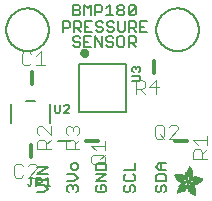
<source format=gbr>
G04 EAGLE Gerber RS-274X export*
G75*
%MOMM*%
%FSLAX34Y34*%
%LPD*%
%INSilkscreen Top*%
%IPPOS*%
%AMOC8*
5,1,8,0,0,1.08239X$1,22.5*%
G01*
%ADD10C,0.127000*%
%ADD11C,0.152400*%
%ADD12C,0.304800*%
%ADD13C,0.101600*%
%ADD14C,0.203200*%
%ADD15R,0.034300X0.003800*%
%ADD16R,0.057200X0.003800*%
%ADD17R,0.076200X0.003800*%
%ADD18R,0.091400X0.003800*%
%ADD19R,0.102900X0.003800*%
%ADD20R,0.114300X0.003900*%
%ADD21R,0.129500X0.003800*%
%ADD22R,0.137200X0.003800*%
%ADD23R,0.144800X0.003800*%
%ADD24R,0.152400X0.003800*%
%ADD25R,0.160000X0.003800*%
%ADD26R,0.171500X0.003800*%
%ADD27R,0.175300X0.003800*%
%ADD28R,0.182900X0.003800*%
%ADD29R,0.190500X0.003800*%
%ADD30R,0.194300X0.003900*%
%ADD31R,0.201900X0.003800*%
%ADD32R,0.209500X0.003800*%
%ADD33R,0.213400X0.003800*%
%ADD34R,0.221000X0.003800*%
%ADD35R,0.224800X0.003800*%
%ADD36R,0.232400X0.003800*%
%ADD37R,0.240000X0.003800*%
%ADD38R,0.243800X0.003800*%
%ADD39R,0.247600X0.003800*%
%ADD40R,0.255300X0.003900*%
%ADD41R,0.259100X0.003800*%
%ADD42R,0.262900X0.003800*%
%ADD43R,0.270500X0.003800*%
%ADD44R,0.274300X0.003800*%
%ADD45R,0.281900X0.003800*%
%ADD46R,0.285700X0.003800*%
%ADD47R,0.289500X0.003800*%
%ADD48R,0.297200X0.003800*%
%ADD49R,0.301000X0.003800*%
%ADD50R,0.304800X0.003900*%
%ADD51R,0.312400X0.003800*%
%ADD52R,0.316200X0.003800*%
%ADD53R,0.320000X0.003800*%
%ADD54R,0.327600X0.003800*%
%ADD55R,0.331500X0.003800*%
%ADD56R,0.339100X0.003800*%
%ADD57R,0.342900X0.003800*%
%ADD58R,0.346700X0.003800*%
%ADD59R,0.354300X0.003800*%
%ADD60R,0.358100X0.003900*%
%ADD61R,0.361900X0.003800*%
%ADD62R,0.369600X0.003800*%
%ADD63R,0.373400X0.003800*%
%ADD64R,0.377200X0.003800*%
%ADD65R,0.384800X0.003800*%
%ADD66R,0.388600X0.003800*%
%ADD67R,0.396200X0.003800*%
%ADD68R,0.400000X0.003800*%
%ADD69R,0.403800X0.003800*%
%ADD70R,0.411500X0.003900*%
%ADD71R,0.415300X0.003800*%
%ADD72R,0.419100X0.003800*%
%ADD73R,0.045700X0.003800*%
%ADD74R,0.426700X0.003800*%
%ADD75R,0.072400X0.003800*%
%ADD76R,0.430500X0.003800*%
%ADD77R,0.095300X0.003800*%
%ADD78R,0.438100X0.003800*%
%ADD79R,0.110500X0.003800*%
%ADD80R,0.441900X0.003800*%
%ADD81R,0.445800X0.003800*%
%ADD82R,0.144700X0.003800*%
%ADD83R,0.453400X0.003800*%
%ADD84R,0.457200X0.003800*%
%ADD85R,0.175300X0.003900*%
%ADD86R,0.461000X0.003900*%
%ADD87R,0.468600X0.003800*%
%ADD88R,0.205800X0.003800*%
%ADD89R,0.472400X0.003800*%
%ADD90R,0.217200X0.003800*%
%ADD91R,0.476200X0.003800*%
%ADD92R,0.483900X0.003800*%
%ADD93R,0.247700X0.003800*%
%ADD94R,0.487700X0.003800*%
%ADD95R,0.495300X0.003800*%
%ADD96R,0.499100X0.003800*%
%ADD97R,0.502900X0.003800*%
%ADD98R,0.510500X0.003800*%
%ADD99R,0.308600X0.003900*%
%ADD100R,0.514300X0.003900*%
%ADD101R,0.323800X0.003800*%
%ADD102R,0.518100X0.003800*%
%ADD103R,0.335300X0.003800*%
%ADD104R,0.525800X0.003800*%
%ADD105R,0.529600X0.003800*%
%ADD106R,0.358100X0.003800*%
%ADD107R,0.533400X0.003800*%
%ADD108R,0.537200X0.003800*%
%ADD109R,0.381000X0.003800*%
%ADD110R,0.544800X0.003800*%
%ADD111R,0.392400X0.003800*%
%ADD112R,0.548600X0.003800*%
%ADD113R,0.552400X0.003800*%
%ADD114R,0.556200X0.003800*%
%ADD115R,0.422900X0.003900*%
%ADD116R,0.560100X0.003900*%
%ADD117R,0.434300X0.003800*%
%ADD118R,0.563900X0.003800*%
%ADD119R,0.567700X0.003800*%
%ADD120R,0.461000X0.003800*%
%ADD121R,0.571500X0.003800*%
%ADD122R,0.575300X0.003800*%
%ADD123R,0.480100X0.003800*%
%ADD124R,0.579100X0.003800*%
%ADD125R,0.491500X0.003800*%
%ADD126R,0.582900X0.003800*%
%ADD127R,0.586700X0.003800*%
%ADD128R,0.510600X0.003800*%
%ADD129R,0.590500X0.003800*%
%ADD130R,0.522000X0.003800*%
%ADD131R,0.594300X0.003800*%
%ADD132R,0.533400X0.003900*%
%ADD133R,0.598200X0.003900*%
%ADD134R,0.541000X0.003800*%
%ADD135R,0.602000X0.003800*%
%ADD136R,0.552500X0.003800*%
%ADD137R,0.605800X0.003800*%
%ADD138R,0.560100X0.003800*%
%ADD139R,0.609600X0.003800*%
%ADD140R,0.613400X0.003800*%
%ADD141R,0.583000X0.003800*%
%ADD142R,0.617200X0.003800*%
%ADD143R,0.594400X0.003800*%
%ADD144R,0.621000X0.003800*%
%ADD145R,0.598200X0.003800*%
%ADD146R,0.624800X0.003800*%
%ADD147R,0.613500X0.003900*%
%ADD148R,0.628600X0.003900*%
%ADD149R,0.632400X0.003800*%
%ADD150R,0.628600X0.003800*%
%ADD151R,0.636300X0.003800*%
%ADD152R,0.640100X0.003800*%
%ADD153R,0.636200X0.003800*%
%ADD154R,0.643900X0.003800*%
%ADD155R,0.647700X0.003800*%
%ADD156R,0.651500X0.003800*%
%ADD157R,0.659100X0.003800*%
%ADD158R,0.659100X0.003900*%
%ADD159R,0.655300X0.003900*%
%ADD160R,0.662900X0.003800*%
%ADD161R,0.655300X0.003800*%
%ADD162R,0.670500X0.003800*%
%ADD163R,0.670600X0.003800*%
%ADD164R,0.674400X0.003800*%
%ADD165R,0.682000X0.003800*%
%ADD166R,0.666700X0.003800*%
%ADD167R,0.685800X0.003800*%
%ADD168R,0.689600X0.003800*%
%ADD169R,0.693400X0.003900*%
%ADD170R,0.674400X0.003900*%
%ADD171R,0.697200X0.003800*%
%ADD172R,0.678200X0.003800*%
%ADD173R,0.697300X0.003800*%
%ADD174R,0.701100X0.003800*%
%ADD175R,0.704900X0.003800*%
%ADD176R,0.708700X0.003800*%
%ADD177R,0.712500X0.003800*%
%ADD178R,0.716300X0.003800*%
%ADD179R,0.720100X0.003900*%
%ADD180R,0.689600X0.003900*%
%ADD181R,0.720000X0.003800*%
%ADD182R,0.693400X0.003800*%
%ADD183R,0.723900X0.003800*%
%ADD184R,0.727700X0.003800*%
%ADD185R,0.731500X0.003800*%
%ADD186R,0.701000X0.003800*%
%ADD187R,0.735300X0.003800*%
%ADD188R,0.731500X0.003900*%
%ADD189R,0.701000X0.003900*%
%ADD190R,0.704800X0.003800*%
%ADD191R,0.739100X0.003800*%
%ADD192R,0.743000X0.003800*%
%ADD193R,0.739200X0.003800*%
%ADD194R,0.743000X0.003900*%
%ADD195R,0.704800X0.003900*%
%ADD196R,0.746800X0.003800*%
%ADD197R,0.746800X0.003900*%
%ADD198R,0.742900X0.003800*%
%ADD199R,0.746700X0.003800*%
%ADD200R,0.746700X0.003900*%
%ADD201R,1.428800X0.003800*%
%ADD202R,1.424900X0.003800*%
%ADD203R,1.421100X0.003900*%
%ADD204R,1.421100X0.003800*%
%ADD205R,1.417300X0.003800*%
%ADD206R,1.413500X0.003800*%
%ADD207R,1.409700X0.003800*%
%ADD208R,1.405900X0.003800*%
%ADD209R,1.402100X0.003800*%
%ADD210R,1.398300X0.003800*%
%ADD211R,0.983000X0.003900*%
%ADD212R,0.384800X0.003900*%
%ADD213R,0.971600X0.003800*%
%ADD214R,0.963900X0.003800*%
%ADD215R,0.956300X0.003800*%
%ADD216R,0.365800X0.003800*%
%ADD217R,0.952500X0.003800*%
%ADD218R,0.941000X0.003800*%
%ADD219R,0.358200X0.003800*%
%ADD220R,0.937200X0.003800*%
%ADD221R,0.933400X0.003800*%
%ADD222R,0.354400X0.003800*%
%ADD223R,0.925800X0.003800*%
%ADD224R,0.350500X0.003800*%
%ADD225R,0.922000X0.003800*%
%ADD226R,0.918200X0.003900*%
%ADD227R,0.346700X0.003900*%
%ADD228R,0.910600X0.003800*%
%ADD229R,0.906800X0.003800*%
%ADD230R,0.903000X0.003800*%
%ADD231R,0.339000X0.003800*%
%ADD232R,0.895300X0.003800*%
%ADD233R,0.335200X0.003800*%
%ADD234R,0.887700X0.003800*%
%ADD235R,0.883900X0.003800*%
%ADD236R,0.331400X0.003800*%
%ADD237R,0.880100X0.003800*%
%ADD238R,0.876300X0.003800*%
%ADD239R,0.468600X0.003900*%
%ADD240R,0.396200X0.003900*%
%ADD241R,0.323800X0.003900*%
%ADD242R,0.449600X0.003800*%
%ADD243R,0.323900X0.003800*%
%ADD244R,0.442000X0.003800*%
%ADD245R,0.434400X0.003800*%
%ADD246R,0.320100X0.003800*%
%ADD247R,0.316300X0.003800*%
%ADD248R,0.426800X0.003800*%
%ADD249R,0.327700X0.003800*%
%ADD250R,0.312500X0.003800*%
%ADD251R,0.422900X0.003800*%
%ADD252R,0.308600X0.003800*%
%ADD253R,0.293400X0.003800*%
%ADD254R,0.304800X0.003800*%
%ADD255R,0.419100X0.003900*%
%ADD256R,0.285700X0.003900*%
%ADD257R,0.301000X0.003900*%
%ADD258R,0.411500X0.003800*%
%ADD259R,0.407700X0.003800*%
%ADD260R,0.289600X0.003800*%
%ADD261R,0.285800X0.003800*%
%ADD262R,0.403900X0.003800*%
%ADD263R,0.228600X0.003800*%
%ADD264R,0.403900X0.003900*%
%ADD265R,0.221000X0.003900*%
%ADD266R,0.278100X0.003900*%
%ADD267R,0.400100X0.003800*%
%ADD268R,0.209600X0.003800*%
%ADD269R,0.266700X0.003800*%
%ADD270R,0.038100X0.003800*%
%ADD271R,0.194300X0.003800*%
%ADD272R,0.148600X0.003800*%
%ADD273R,0.259000X0.003800*%
%ADD274R,0.182800X0.003800*%
%ADD275R,0.186700X0.003800*%
%ADD276R,0.251400X0.003800*%
%ADD277R,0.179100X0.003800*%
%ADD278R,0.236200X0.003800*%
%ADD279R,0.243900X0.003900*%
%ADD280R,0.282000X0.003900*%
%ADD281R,0.167700X0.003800*%
%ADD282R,0.236300X0.003800*%
%ADD283R,0.396300X0.003800*%
%ADD284R,0.163900X0.003800*%
%ADD285R,0.392500X0.003800*%
%ADD286R,0.160100X0.003800*%
%ADD287R,0.586800X0.003800*%
%ADD288R,0.148500X0.003800*%
%ADD289R,0.140900X0.003800*%
%ADD290R,0.392400X0.003900*%
%ADD291R,0.140900X0.003900*%
%ADD292R,0.647700X0.003900*%
%ADD293R,0.133300X0.003800*%
%ADD294R,0.674300X0.003800*%
%ADD295R,0.388700X0.003800*%
%ADD296R,0.125700X0.003800*%
%ADD297R,0.121900X0.003800*%
%ADD298R,0.720100X0.003800*%
%ADD299R,0.118100X0.003800*%
%ADD300R,0.118100X0.003900*%
%ADD301R,0.739100X0.003900*%
%ADD302R,0.114300X0.003800*%
%ADD303R,0.754400X0.003800*%
%ADD304R,0.765800X0.003800*%
%ADD305R,0.773400X0.003800*%
%ADD306R,0.784800X0.003800*%
%ADD307R,0.118200X0.003800*%
%ADD308R,0.792500X0.003800*%
%ADD309R,0.803900X0.003800*%
%ADD310R,0.122000X0.003800*%
%ADD311R,0.815400X0.003800*%
%ADD312R,0.125800X0.003800*%
%ADD313R,0.826800X0.003800*%
%ADD314R,0.369500X0.003900*%
%ADD315R,0.133400X0.003900*%
%ADD316R,0.842000X0.003900*%
%ADD317R,0.365700X0.003800*%
%ADD318R,1.009700X0.003800*%
%ADD319R,1.013500X0.003800*%
%ADD320R,0.362000X0.003800*%
%ADD321R,1.024900X0.003800*%
%ADD322R,1.028700X0.003800*%
%ADD323R,1.036300X0.003800*%
%ADD324R,1.047800X0.003800*%
%ADD325R,1.055400X0.003800*%
%ADD326R,1.070600X0.003800*%
%ADD327R,0.030500X0.003800*%
%ADD328R,1.436400X0.003800*%
%ADD329R,1.562100X0.003900*%
%ADD330R,1.588700X0.003800*%
%ADD331R,1.607800X0.003800*%
%ADD332R,1.626900X0.003800*%
%ADD333R,1.642100X0.003800*%
%ADD334R,1.657400X0.003800*%
%ADD335R,1.676400X0.003800*%
%ADD336R,1.687800X0.003800*%
%ADD337R,1.703000X0.003800*%
%ADD338R,1.714500X0.003800*%
%ADD339R,1.726000X0.003900*%
%ADD340R,1.741200X0.003800*%
%ADD341R,0.914400X0.003800*%
%ADD342R,0.769600X0.003800*%
%ADD343R,0.884000X0.003800*%
%ADD344R,0.712400X0.003800*%
%ADD345R,0.880100X0.003900*%
%ADD346R,0.887800X0.003800*%
%ADD347R,0.891600X0.003800*%
%ADD348R,0.895400X0.003800*%
%ADD349R,0.251500X0.003800*%
%ADD350R,0.579200X0.003900*%
%ADD351R,0.243900X0.003800*%
%ADD352R,0.556300X0.003800*%
%ADD353R,0.255200X0.003800*%
%ADD354R,0.529500X0.003800*%
%ADD355R,0.731600X0.003800*%
%ADD356R,0.525800X0.003900*%
%ADD357R,0.281900X0.003900*%
%ADD358R,0.735400X0.003900*%
%ADD359R,0.300900X0.003800*%
%ADD360R,0.762000X0.003800*%
%ADD361R,0.518200X0.003800*%
%ADD362R,0.350600X0.003800*%
%ADD363R,0.796300X0.003800*%
%ADD364R,0.807800X0.003800*%
%ADD365R,0.506700X0.003800*%
%ADD366R,0.849600X0.003800*%
%ADD367R,0.506700X0.003900*%
%ADD368R,1.371600X0.003900*%
%ADD369R,1.207800X0.003800*%
%ADD370R,0.503000X0.003800*%
%ADD371R,0.141000X0.003800*%
%ADD372R,1.203900X0.003800*%
%ADD373R,1.204000X0.003800*%
%ADD374R,1.200200X0.003800*%
%ADD375R,0.499100X0.003900*%
%ADD376R,0.156200X0.003900*%
%ADD377R,1.196400X0.003900*%
%ADD378R,1.196400X0.003800*%
%ADD379R,0.163800X0.003800*%
%ADD380R,0.167600X0.003800*%
%ADD381R,1.192500X0.003800*%
%ADD382R,0.499200X0.003800*%
%ADD383R,1.188700X0.003800*%
%ADD384R,0.506800X0.003800*%
%ADD385R,1.184900X0.003800*%
%ADD386R,0.510600X0.003900*%
%ADD387R,0.209600X0.003900*%
%ADD388R,1.181100X0.003900*%
%ADD389R,0.514400X0.003800*%
%ADD390R,1.181100X0.003800*%
%ADD391R,1.177300X0.003800*%
%ADD392R,0.240100X0.003800*%
%ADD393R,1.173500X0.003800*%
%ADD394R,1.169700X0.003800*%
%ADD395R,1.165900X0.003800*%
%ADD396R,1.162100X0.003800*%
%ADD397R,0.929700X0.003900*%
%ADD398R,1.162100X0.003900*%
%ADD399R,0.929700X0.003800*%
%ADD400R,1.154500X0.003800*%
%ADD401R,0.933500X0.003800*%
%ADD402R,1.150600X0.003800*%
%ADD403R,0.937300X0.003800*%
%ADD404R,1.146800X0.003800*%
%ADD405R,0.941100X0.003800*%
%ADD406R,1.139200X0.003800*%
%ADD407R,0.944900X0.003800*%
%ADD408R,1.135400X0.003800*%
%ADD409R,0.948700X0.003800*%
%ADD410R,1.127800X0.003800*%
%ADD411R,1.124000X0.003800*%
%ADD412R,1.116400X0.003800*%
%ADD413R,0.956300X0.003900*%
%ADD414R,1.104900X0.003900*%
%ADD415R,0.960100X0.003800*%
%ADD416R,1.093500X0.003800*%
%ADD417R,1.085900X0.003800*%
%ADD418R,0.967800X0.003800*%
%ADD419R,1.074500X0.003800*%
%ADD420R,1.063000X0.003800*%
%ADD421R,0.975400X0.003800*%
%ADD422R,1.036400X0.003800*%
%ADD423R,0.979200X0.003800*%
%ADD424R,1.021000X0.003800*%
%ADD425R,0.983000X0.003800*%
%ADD426R,1.009600X0.003800*%
%ADD427R,0.986800X0.003800*%
%ADD428R,0.998200X0.003800*%
%ADD429R,0.990600X0.003900*%
%ADD430R,0.986700X0.003900*%
%ADD431R,0.994400X0.003800*%
%ADD432R,0.975300X0.003800*%
%ADD433R,0.948600X0.003800*%
%ADD434R,1.002000X0.003800*%
%ADD435R,0.213300X0.003800*%
%ADD436R,0.217100X0.003800*%
%ADD437R,1.017300X0.003800*%
%ADD438R,0.666800X0.003800*%
%ADD439R,0.220900X0.003800*%
%ADD440R,1.028700X0.003900*%
%ADD441R,0.224700X0.003900*%
%ADD442R,1.032500X0.003800*%
%ADD443R,1.040100X0.003800*%
%ADD444R,1.043900X0.003800*%
%ADD445R,0.548700X0.003800*%
%ADD446R,1.051500X0.003800*%
%ADD447R,1.055300X0.003800*%
%ADD448R,1.059100X0.003800*%
%ADD449R,1.062900X0.003800*%
%ADD450R,0.255300X0.003800*%
%ADD451R,1.066800X0.003900*%
%ADD452R,0.259100X0.003900*%
%ADD453R,0.457200X0.003900*%
%ADD454R,0.423000X0.003800*%
%ADD455R,1.082100X0.003800*%
%ADD456R,0.274400X0.003800*%
%ADD457R,0.278200X0.003800*%
%ADD458R,1.101100X0.003800*%
%ADD459R,0.278100X0.003800*%
%ADD460R,0.876300X0.003900*%
%ADD461R,0.236200X0.003900*%
%ADD462R,0.289600X0.003900*%
%ADD463R,0.247700X0.003900*%
%ADD464R,0.049500X0.003800*%
%ADD465R,0.640100X0.003900*%
%ADD466R,0.659200X0.003800*%
%ADD467R,0.663000X0.003800*%
%ADD468R,0.872500X0.003900*%
%ADD469R,0.666800X0.003900*%
%ADD470R,0.872500X0.003800*%
%ADD471R,0.868700X0.003800*%
%ADD472R,0.864900X0.003800*%
%ADD473R,0.861100X0.003800*%
%ADD474R,0.857300X0.003800*%
%ADD475R,0.853400X0.003800*%
%ADD476R,0.845800X0.003800*%
%ADD477R,0.682000X0.003900*%
%ADD478R,0.842000X0.003800*%
%ADD479R,0.834400X0.003800*%
%ADD480R,0.823000X0.003800*%
%ADD481R,0.815300X0.003800*%
%ADD482R,0.811500X0.003800*%
%ADD483R,0.788700X0.003800*%
%ADD484R,0.777300X0.003900*%
%ADD485R,0.750600X0.003800*%
%ADD486R,0.735400X0.003800*%
%ADD487R,0.727800X0.003800*%
%ADD488R,0.628700X0.003800*%
%ADD489R,0.575400X0.003800*%
%ADD490R,0.670600X0.003900*%
%ADD491R,0.655400X0.003800*%
%ADD492R,0.651500X0.003900*%
%ADD493R,0.624800X0.003900*%
%ADD494R,0.594400X0.003900*%
%ADD495R,0.563900X0.003900*%
%ADD496R,0.541100X0.003800*%
%ADD497R,0.537300X0.003800*%
%ADD498R,0.525700X0.003800*%
%ADD499R,0.525700X0.003900*%
%ADD500R,0.514300X0.003800*%
%ADD501R,0.480100X0.003900*%
%ADD502R,0.464800X0.003800*%
%ADD503R,0.442000X0.003900*%
%ADD504R,0.438200X0.003800*%
%ADD505R,0.430600X0.003800*%
%ADD506R,0.407600X0.003800*%
%ADD507R,0.403800X0.003900*%
%ADD508R,0.365700X0.003900*%
%ADD509R,0.327700X0.003900*%
%ADD510R,0.243800X0.003900*%
%ADD511R,0.205800X0.003900*%
%ADD512R,0.198100X0.003800*%
%ADD513R,0.163800X0.003900*%
%ADD514R,0.137100X0.003800*%
%ADD515R,0.091500X0.003900*%
%ADD516R,0.060900X0.003800*%
%ADD517C,0.350000*%


D10*
X64135Y177165D02*
X64135Y186063D01*
X68584Y186063D01*
X70067Y184580D01*
X70067Y183097D01*
X68584Y181614D01*
X70067Y180131D01*
X70067Y178648D01*
X68584Y177165D01*
X64135Y177165D01*
X64135Y181614D02*
X68584Y181614D01*
X73490Y177165D02*
X73490Y186063D01*
X76456Y183097D01*
X79422Y186063D01*
X79422Y177165D01*
X82845Y177165D02*
X82845Y186063D01*
X87294Y186063D01*
X88777Y184580D01*
X88777Y181614D01*
X87294Y180131D01*
X82845Y180131D01*
X92201Y183097D02*
X95166Y186063D01*
X95166Y177165D01*
X92201Y177165D02*
X98132Y177165D01*
X101556Y184580D02*
X103039Y186063D01*
X106005Y186063D01*
X107487Y184580D01*
X107487Y183097D01*
X106005Y181614D01*
X107487Y180131D01*
X107487Y178648D01*
X106005Y177165D01*
X103039Y177165D01*
X101556Y178648D01*
X101556Y180131D01*
X103039Y181614D01*
X101556Y183097D01*
X101556Y184580D01*
X103039Y181614D02*
X106005Y181614D01*
X110911Y178648D02*
X110911Y184580D01*
X112394Y186063D01*
X115360Y186063D01*
X116843Y184580D01*
X116843Y178648D01*
X115360Y177165D01*
X112394Y177165D01*
X110911Y178648D01*
X116843Y184580D01*
X55245Y172093D02*
X55245Y163195D01*
X55245Y172093D02*
X59694Y172093D01*
X61177Y170610D01*
X61177Y167644D01*
X59694Y166161D01*
X55245Y166161D01*
X64600Y163195D02*
X64600Y172093D01*
X69049Y172093D01*
X70532Y170610D01*
X70532Y167644D01*
X69049Y166161D01*
X64600Y166161D01*
X67566Y166161D02*
X70532Y163195D01*
X73955Y172093D02*
X79887Y172093D01*
X73955Y172093D02*
X73955Y163195D01*
X79887Y163195D01*
X76921Y167644D02*
X73955Y167644D01*
X87759Y172093D02*
X89242Y170610D01*
X87759Y172093D02*
X84793Y172093D01*
X83311Y170610D01*
X83311Y169127D01*
X84793Y167644D01*
X87759Y167644D01*
X89242Y166161D01*
X89242Y164678D01*
X87759Y163195D01*
X84793Y163195D01*
X83311Y164678D01*
X97115Y172093D02*
X98597Y170610D01*
X97115Y172093D02*
X94149Y172093D01*
X92666Y170610D01*
X92666Y169127D01*
X94149Y167644D01*
X97115Y167644D01*
X98597Y166161D01*
X98597Y164678D01*
X97115Y163195D01*
X94149Y163195D01*
X92666Y164678D01*
X102021Y164678D02*
X102021Y172093D01*
X102021Y164678D02*
X103504Y163195D01*
X106470Y163195D01*
X107953Y164678D01*
X107953Y172093D01*
X111376Y172093D02*
X111376Y163195D01*
X111376Y172093D02*
X115825Y172093D01*
X117308Y170610D01*
X117308Y167644D01*
X115825Y166161D01*
X111376Y166161D01*
X114342Y166161D02*
X117308Y163195D01*
X120731Y172093D02*
X126663Y172093D01*
X120731Y172093D02*
X120731Y163195D01*
X126663Y163195D01*
X123697Y167644D02*
X120731Y167644D01*
X70067Y157910D02*
X68584Y159393D01*
X65618Y159393D01*
X64135Y157910D01*
X64135Y156427D01*
X65618Y154944D01*
X68584Y154944D01*
X70067Y153461D01*
X70067Y151978D01*
X68584Y150495D01*
X65618Y150495D01*
X64135Y151978D01*
X73490Y159393D02*
X79422Y159393D01*
X73490Y159393D02*
X73490Y150495D01*
X79422Y150495D01*
X76456Y154944D02*
X73490Y154944D01*
X82845Y150495D02*
X82845Y159393D01*
X88777Y150495D01*
X88777Y159393D01*
X96649Y159393D02*
X98132Y157910D01*
X96649Y159393D02*
X93683Y159393D01*
X92201Y157910D01*
X92201Y156427D01*
X93683Y154944D01*
X96649Y154944D01*
X98132Y153461D01*
X98132Y151978D01*
X96649Y150495D01*
X93683Y150495D01*
X92201Y151978D01*
X103039Y159393D02*
X106005Y159393D01*
X103039Y159393D02*
X101556Y157910D01*
X101556Y151978D01*
X103039Y150495D01*
X106005Y150495D01*
X107487Y151978D01*
X107487Y157910D01*
X106005Y159393D01*
X110911Y159393D02*
X110911Y150495D01*
X110911Y159393D02*
X115360Y159393D01*
X116843Y157910D01*
X116843Y154944D01*
X115360Y153461D01*
X110911Y153461D01*
X113877Y153461D02*
X116843Y150495D01*
D11*
X39537Y27432D02*
X33775Y27432D01*
X39537Y27432D02*
X42418Y30313D01*
X39537Y33194D01*
X33775Y33194D01*
X42418Y36787D02*
X42418Y39668D01*
X42418Y38228D02*
X33775Y38228D01*
X33775Y39668D02*
X33775Y36787D01*
X33775Y43024D02*
X42418Y43024D01*
X42418Y48786D02*
X33775Y43024D01*
X33775Y48786D02*
X42418Y48786D01*
X59175Y28873D02*
X60615Y27432D01*
X59175Y28873D02*
X59175Y31754D01*
X60615Y33194D01*
X62056Y33194D01*
X63496Y31754D01*
X63496Y30313D01*
X63496Y31754D02*
X64937Y33194D01*
X66377Y33194D01*
X67818Y31754D01*
X67818Y28873D01*
X66377Y27432D01*
X64937Y36787D02*
X59175Y36787D01*
X64937Y36787D02*
X67818Y39668D01*
X64937Y42549D01*
X59175Y42549D01*
X67818Y47583D02*
X67818Y50464D01*
X66377Y51905D01*
X63496Y51905D01*
X62056Y50464D01*
X62056Y47583D01*
X63496Y46142D01*
X66377Y46142D01*
X67818Y47583D01*
X83305Y31754D02*
X84745Y33194D01*
X83305Y31754D02*
X83305Y28873D01*
X84745Y27432D01*
X90507Y27432D01*
X91948Y28873D01*
X91948Y31754D01*
X90507Y33194D01*
X87626Y33194D01*
X87626Y30313D01*
X83305Y36787D02*
X91948Y36787D01*
X91948Y42549D02*
X83305Y36787D01*
X83305Y42549D02*
X91948Y42549D01*
X91948Y46142D02*
X83305Y46142D01*
X91948Y46142D02*
X91948Y50464D01*
X90507Y51905D01*
X84745Y51905D01*
X83305Y50464D01*
X83305Y46142D01*
X107435Y31754D02*
X108875Y33194D01*
X107435Y31754D02*
X107435Y28873D01*
X108875Y27432D01*
X110316Y27432D01*
X111756Y28873D01*
X111756Y31754D01*
X113197Y33194D01*
X114637Y33194D01*
X116078Y31754D01*
X116078Y28873D01*
X114637Y27432D01*
X107435Y41109D02*
X108875Y42549D01*
X107435Y41109D02*
X107435Y38228D01*
X108875Y36787D01*
X114637Y36787D01*
X116078Y38228D01*
X116078Y41109D01*
X114637Y42549D01*
X116078Y46142D02*
X107435Y46142D01*
X116078Y46142D02*
X116078Y51905D01*
X135545Y33194D02*
X134105Y31754D01*
X134105Y28873D01*
X135545Y27432D01*
X136986Y27432D01*
X138426Y28873D01*
X138426Y31754D01*
X139867Y33194D01*
X141307Y33194D01*
X142748Y31754D01*
X142748Y28873D01*
X141307Y27432D01*
X142748Y36787D02*
X134105Y36787D01*
X142748Y36787D02*
X142748Y41109D01*
X141307Y42549D01*
X135545Y42549D01*
X134105Y41109D01*
X134105Y36787D01*
X136986Y46142D02*
X142748Y46142D01*
X136986Y46142D02*
X134105Y49024D01*
X136986Y51905D01*
X142748Y51905D01*
X138426Y51905D02*
X138426Y46142D01*
D12*
X29210Y119380D02*
X29210Y129540D01*
D13*
X28624Y144873D02*
X26675Y146822D01*
X22777Y146822D01*
X20828Y144873D01*
X20828Y137077D01*
X22777Y135128D01*
X26675Y135128D01*
X28624Y137077D01*
X32522Y142924D02*
X36420Y146822D01*
X36420Y135128D01*
X32522Y135128D02*
X40318Y135128D01*
D14*
X7400Y165100D02*
X7405Y165542D01*
X7422Y165983D01*
X7449Y166424D01*
X7487Y166864D01*
X7535Y167303D01*
X7595Y167741D01*
X7665Y168177D01*
X7746Y168612D01*
X7837Y169044D01*
X7939Y169474D01*
X8052Y169901D01*
X8175Y170325D01*
X8308Y170746D01*
X8452Y171164D01*
X8606Y171578D01*
X8770Y171988D01*
X8944Y172394D01*
X9128Y172796D01*
X9322Y173193D01*
X9525Y173585D01*
X9738Y173972D01*
X9961Y174354D01*
X10193Y174730D01*
X10434Y175100D01*
X10683Y175465D01*
X10942Y175823D01*
X11210Y176174D01*
X11486Y176519D01*
X11770Y176857D01*
X12063Y177188D01*
X12364Y177512D01*
X12672Y177828D01*
X12988Y178136D01*
X13312Y178437D01*
X13643Y178730D01*
X13981Y179014D01*
X14326Y179290D01*
X14677Y179558D01*
X15035Y179817D01*
X15400Y180066D01*
X15770Y180307D01*
X16146Y180539D01*
X16528Y180762D01*
X16915Y180975D01*
X17307Y181178D01*
X17704Y181372D01*
X18106Y181556D01*
X18512Y181730D01*
X18922Y181894D01*
X19336Y182048D01*
X19754Y182192D01*
X20175Y182325D01*
X20599Y182448D01*
X21026Y182561D01*
X21456Y182663D01*
X21888Y182754D01*
X22323Y182835D01*
X22759Y182905D01*
X23197Y182965D01*
X23636Y183013D01*
X24076Y183051D01*
X24517Y183078D01*
X24958Y183095D01*
X25400Y183100D01*
X25842Y183095D01*
X26283Y183078D01*
X26724Y183051D01*
X27164Y183013D01*
X27603Y182965D01*
X28041Y182905D01*
X28477Y182835D01*
X28912Y182754D01*
X29344Y182663D01*
X29774Y182561D01*
X30201Y182448D01*
X30625Y182325D01*
X31046Y182192D01*
X31464Y182048D01*
X31878Y181894D01*
X32288Y181730D01*
X32694Y181556D01*
X33096Y181372D01*
X33493Y181178D01*
X33885Y180975D01*
X34272Y180762D01*
X34654Y180539D01*
X35030Y180307D01*
X35400Y180066D01*
X35765Y179817D01*
X36123Y179558D01*
X36474Y179290D01*
X36819Y179014D01*
X37157Y178730D01*
X37488Y178437D01*
X37812Y178136D01*
X38128Y177828D01*
X38436Y177512D01*
X38737Y177188D01*
X39030Y176857D01*
X39314Y176519D01*
X39590Y176174D01*
X39858Y175823D01*
X40117Y175465D01*
X40366Y175100D01*
X40607Y174730D01*
X40839Y174354D01*
X41062Y173972D01*
X41275Y173585D01*
X41478Y173193D01*
X41672Y172796D01*
X41856Y172394D01*
X42030Y171988D01*
X42194Y171578D01*
X42348Y171164D01*
X42492Y170746D01*
X42625Y170325D01*
X42748Y169901D01*
X42861Y169474D01*
X42963Y169044D01*
X43054Y168612D01*
X43135Y168177D01*
X43205Y167741D01*
X43265Y167303D01*
X43313Y166864D01*
X43351Y166424D01*
X43378Y165983D01*
X43395Y165542D01*
X43400Y165100D01*
X43395Y164658D01*
X43378Y164217D01*
X43351Y163776D01*
X43313Y163336D01*
X43265Y162897D01*
X43205Y162459D01*
X43135Y162023D01*
X43054Y161588D01*
X42963Y161156D01*
X42861Y160726D01*
X42748Y160299D01*
X42625Y159875D01*
X42492Y159454D01*
X42348Y159036D01*
X42194Y158622D01*
X42030Y158212D01*
X41856Y157806D01*
X41672Y157404D01*
X41478Y157007D01*
X41275Y156615D01*
X41062Y156228D01*
X40839Y155846D01*
X40607Y155470D01*
X40366Y155100D01*
X40117Y154735D01*
X39858Y154377D01*
X39590Y154026D01*
X39314Y153681D01*
X39030Y153343D01*
X38737Y153012D01*
X38436Y152688D01*
X38128Y152372D01*
X37812Y152064D01*
X37488Y151763D01*
X37157Y151470D01*
X36819Y151186D01*
X36474Y150910D01*
X36123Y150642D01*
X35765Y150383D01*
X35400Y150134D01*
X35030Y149893D01*
X34654Y149661D01*
X34272Y149438D01*
X33885Y149225D01*
X33493Y149022D01*
X33096Y148828D01*
X32694Y148644D01*
X32288Y148470D01*
X31878Y148306D01*
X31464Y148152D01*
X31046Y148008D01*
X30625Y147875D01*
X30201Y147752D01*
X29774Y147639D01*
X29344Y147537D01*
X28912Y147446D01*
X28477Y147365D01*
X28041Y147295D01*
X27603Y147235D01*
X27164Y147187D01*
X26724Y147149D01*
X26283Y147122D01*
X25842Y147105D01*
X25400Y147100D01*
X24958Y147105D01*
X24517Y147122D01*
X24076Y147149D01*
X23636Y147187D01*
X23197Y147235D01*
X22759Y147295D01*
X22323Y147365D01*
X21888Y147446D01*
X21456Y147537D01*
X21026Y147639D01*
X20599Y147752D01*
X20175Y147875D01*
X19754Y148008D01*
X19336Y148152D01*
X18922Y148306D01*
X18512Y148470D01*
X18106Y148644D01*
X17704Y148828D01*
X17307Y149022D01*
X16915Y149225D01*
X16528Y149438D01*
X16146Y149661D01*
X15770Y149893D01*
X15400Y150134D01*
X15035Y150383D01*
X14677Y150642D01*
X14326Y150910D01*
X13981Y151186D01*
X13643Y151470D01*
X13312Y151763D01*
X12988Y152064D01*
X12672Y152372D01*
X12364Y152688D01*
X12063Y153012D01*
X11770Y153343D01*
X11486Y153681D01*
X11210Y154026D01*
X10942Y154377D01*
X10683Y154735D01*
X10434Y155100D01*
X10193Y155470D01*
X9961Y155846D01*
X9738Y156228D01*
X9525Y156615D01*
X9322Y157007D01*
X9128Y157404D01*
X8944Y157806D01*
X8770Y158212D01*
X8606Y158622D01*
X8452Y159036D01*
X8308Y159454D01*
X8175Y159875D01*
X8052Y160299D01*
X7939Y160726D01*
X7837Y161156D01*
X7746Y161588D01*
X7665Y162023D01*
X7595Y162459D01*
X7535Y162897D01*
X7487Y163336D01*
X7449Y163776D01*
X7422Y164217D01*
X7405Y164658D01*
X7400Y165100D01*
X134400Y165100D02*
X134405Y165542D01*
X134422Y165983D01*
X134449Y166424D01*
X134487Y166864D01*
X134535Y167303D01*
X134595Y167741D01*
X134665Y168177D01*
X134746Y168612D01*
X134837Y169044D01*
X134939Y169474D01*
X135052Y169901D01*
X135175Y170325D01*
X135308Y170746D01*
X135452Y171164D01*
X135606Y171578D01*
X135770Y171988D01*
X135944Y172394D01*
X136128Y172796D01*
X136322Y173193D01*
X136525Y173585D01*
X136738Y173972D01*
X136961Y174354D01*
X137193Y174730D01*
X137434Y175100D01*
X137683Y175465D01*
X137942Y175823D01*
X138210Y176174D01*
X138486Y176519D01*
X138770Y176857D01*
X139063Y177188D01*
X139364Y177512D01*
X139672Y177828D01*
X139988Y178136D01*
X140312Y178437D01*
X140643Y178730D01*
X140981Y179014D01*
X141326Y179290D01*
X141677Y179558D01*
X142035Y179817D01*
X142400Y180066D01*
X142770Y180307D01*
X143146Y180539D01*
X143528Y180762D01*
X143915Y180975D01*
X144307Y181178D01*
X144704Y181372D01*
X145106Y181556D01*
X145512Y181730D01*
X145922Y181894D01*
X146336Y182048D01*
X146754Y182192D01*
X147175Y182325D01*
X147599Y182448D01*
X148026Y182561D01*
X148456Y182663D01*
X148888Y182754D01*
X149323Y182835D01*
X149759Y182905D01*
X150197Y182965D01*
X150636Y183013D01*
X151076Y183051D01*
X151517Y183078D01*
X151958Y183095D01*
X152400Y183100D01*
X152842Y183095D01*
X153283Y183078D01*
X153724Y183051D01*
X154164Y183013D01*
X154603Y182965D01*
X155041Y182905D01*
X155477Y182835D01*
X155912Y182754D01*
X156344Y182663D01*
X156774Y182561D01*
X157201Y182448D01*
X157625Y182325D01*
X158046Y182192D01*
X158464Y182048D01*
X158878Y181894D01*
X159288Y181730D01*
X159694Y181556D01*
X160096Y181372D01*
X160493Y181178D01*
X160885Y180975D01*
X161272Y180762D01*
X161654Y180539D01*
X162030Y180307D01*
X162400Y180066D01*
X162765Y179817D01*
X163123Y179558D01*
X163474Y179290D01*
X163819Y179014D01*
X164157Y178730D01*
X164488Y178437D01*
X164812Y178136D01*
X165128Y177828D01*
X165436Y177512D01*
X165737Y177188D01*
X166030Y176857D01*
X166314Y176519D01*
X166590Y176174D01*
X166858Y175823D01*
X167117Y175465D01*
X167366Y175100D01*
X167607Y174730D01*
X167839Y174354D01*
X168062Y173972D01*
X168275Y173585D01*
X168478Y173193D01*
X168672Y172796D01*
X168856Y172394D01*
X169030Y171988D01*
X169194Y171578D01*
X169348Y171164D01*
X169492Y170746D01*
X169625Y170325D01*
X169748Y169901D01*
X169861Y169474D01*
X169963Y169044D01*
X170054Y168612D01*
X170135Y168177D01*
X170205Y167741D01*
X170265Y167303D01*
X170313Y166864D01*
X170351Y166424D01*
X170378Y165983D01*
X170395Y165542D01*
X170400Y165100D01*
X170395Y164658D01*
X170378Y164217D01*
X170351Y163776D01*
X170313Y163336D01*
X170265Y162897D01*
X170205Y162459D01*
X170135Y162023D01*
X170054Y161588D01*
X169963Y161156D01*
X169861Y160726D01*
X169748Y160299D01*
X169625Y159875D01*
X169492Y159454D01*
X169348Y159036D01*
X169194Y158622D01*
X169030Y158212D01*
X168856Y157806D01*
X168672Y157404D01*
X168478Y157007D01*
X168275Y156615D01*
X168062Y156228D01*
X167839Y155846D01*
X167607Y155470D01*
X167366Y155100D01*
X167117Y154735D01*
X166858Y154377D01*
X166590Y154026D01*
X166314Y153681D01*
X166030Y153343D01*
X165737Y153012D01*
X165436Y152688D01*
X165128Y152372D01*
X164812Y152064D01*
X164488Y151763D01*
X164157Y151470D01*
X163819Y151186D01*
X163474Y150910D01*
X163123Y150642D01*
X162765Y150383D01*
X162400Y150134D01*
X162030Y149893D01*
X161654Y149661D01*
X161272Y149438D01*
X160885Y149225D01*
X160493Y149022D01*
X160096Y148828D01*
X159694Y148644D01*
X159288Y148470D01*
X158878Y148306D01*
X158464Y148152D01*
X158046Y148008D01*
X157625Y147875D01*
X157201Y147752D01*
X156774Y147639D01*
X156344Y147537D01*
X155912Y147446D01*
X155477Y147365D01*
X155041Y147295D01*
X154603Y147235D01*
X154164Y147187D01*
X153724Y147149D01*
X153283Y147122D01*
X152842Y147105D01*
X152400Y147100D01*
X151958Y147105D01*
X151517Y147122D01*
X151076Y147149D01*
X150636Y147187D01*
X150197Y147235D01*
X149759Y147295D01*
X149323Y147365D01*
X148888Y147446D01*
X148456Y147537D01*
X148026Y147639D01*
X147599Y147752D01*
X147175Y147875D01*
X146754Y148008D01*
X146336Y148152D01*
X145922Y148306D01*
X145512Y148470D01*
X145106Y148644D01*
X144704Y148828D01*
X144307Y149022D01*
X143915Y149225D01*
X143528Y149438D01*
X143146Y149661D01*
X142770Y149893D01*
X142400Y150134D01*
X142035Y150383D01*
X141677Y150642D01*
X141326Y150910D01*
X140981Y151186D01*
X140643Y151470D01*
X140312Y151763D01*
X139988Y152064D01*
X139672Y152372D01*
X139364Y152688D01*
X139063Y153012D01*
X138770Y153343D01*
X138486Y153681D01*
X138210Y154026D01*
X137942Y154377D01*
X137683Y154735D01*
X137434Y155100D01*
X137193Y155470D01*
X136961Y155846D01*
X136738Y156228D01*
X136525Y156615D01*
X136322Y157007D01*
X136128Y157404D01*
X135944Y157806D01*
X135770Y158212D01*
X135606Y158622D01*
X135452Y159036D01*
X135308Y159454D01*
X135175Y159875D01*
X135052Y160299D01*
X134939Y160726D01*
X134837Y161156D01*
X134746Y161588D01*
X134665Y162023D01*
X134595Y162459D01*
X134535Y162897D01*
X134487Y163336D01*
X134449Y163776D01*
X134422Y164217D01*
X134405Y164658D01*
X134400Y165100D01*
D12*
X27940Y67310D02*
X27940Y57150D01*
D13*
X21746Y49623D02*
X19797Y51572D01*
X15899Y51572D01*
X13950Y49623D01*
X13950Y41827D01*
X15899Y39878D01*
X19797Y39878D01*
X21746Y41827D01*
X25644Y39878D02*
X33440Y39878D01*
X25644Y39878D02*
X33440Y47674D01*
X33440Y49623D01*
X31491Y51572D01*
X27593Y51572D01*
X25644Y49623D01*
D14*
X11440Y85980D02*
X11440Y101980D01*
X44440Y101980D02*
X44440Y85980D01*
X31940Y104480D02*
X23940Y104480D01*
D11*
X48482Y101352D02*
X48482Y95844D01*
X49584Y94742D01*
X51787Y94742D01*
X52888Y95844D01*
X52888Y101352D01*
X55966Y94742D02*
X60373Y94742D01*
X60373Y99148D02*
X55966Y94742D01*
X60373Y99148D02*
X60373Y100250D01*
X59271Y101352D01*
X57068Y101352D01*
X55966Y100250D01*
D13*
X133330Y82643D02*
X133330Y74847D01*
X133330Y82643D02*
X135279Y84592D01*
X139177Y84592D01*
X141126Y82643D01*
X141126Y74847D01*
X139177Y72898D01*
X135279Y72898D01*
X133330Y74847D01*
X137228Y76796D02*
X141126Y72898D01*
X145024Y72898D02*
X152820Y72898D01*
X145024Y72898D02*
X152820Y80694D01*
X152820Y82643D01*
X150871Y84592D01*
X146973Y84592D01*
X145024Y82643D01*
X88983Y51308D02*
X81187Y51308D01*
X79238Y53257D01*
X79238Y57155D01*
X81187Y59104D01*
X88983Y59104D01*
X90932Y57155D01*
X90932Y53257D01*
X88983Y51308D01*
X87034Y55206D02*
X90932Y59104D01*
X83136Y63002D02*
X79238Y66900D01*
X90932Y66900D01*
X90932Y63002D02*
X90932Y70798D01*
D14*
X60960Y71120D02*
X50800Y71120D01*
D13*
X45212Y64008D02*
X33518Y64008D01*
X33518Y69855D01*
X35467Y71804D01*
X39365Y71804D01*
X41314Y69855D01*
X41314Y64008D01*
X41314Y67906D02*
X45212Y71804D01*
X45212Y75702D02*
X45212Y83498D01*
X45212Y75702D02*
X37416Y83498D01*
X35467Y83498D01*
X33518Y81549D01*
X33518Y77651D01*
X35467Y75702D01*
D12*
X74930Y71120D02*
X85090Y71120D01*
D13*
X69342Y64008D02*
X57648Y64008D01*
X57648Y69855D01*
X59597Y71804D01*
X63495Y71804D01*
X65444Y69855D01*
X65444Y64008D01*
X65444Y67906D02*
X69342Y71804D01*
X59597Y75702D02*
X57648Y77651D01*
X57648Y81549D01*
X59597Y83498D01*
X61546Y83498D01*
X63495Y81549D01*
X63495Y79600D01*
X63495Y81549D02*
X65444Y83498D01*
X67393Y83498D01*
X69342Y81549D01*
X69342Y77651D01*
X67393Y75702D01*
D12*
X132080Y128270D02*
X132080Y138430D01*
D13*
X116820Y122692D02*
X116820Y110998D01*
X116820Y122692D02*
X122667Y122692D01*
X124616Y120743D01*
X124616Y116845D01*
X122667Y114896D01*
X116820Y114896D01*
X120718Y114896D02*
X124616Y110998D01*
X134361Y110998D02*
X134361Y122692D01*
X128514Y116845D01*
X136310Y116845D01*
D12*
X149860Y71120D02*
X160020Y71120D01*
D13*
X165598Y55860D02*
X177292Y55860D01*
X165598Y55860D02*
X165598Y61707D01*
X167547Y63656D01*
X171445Y63656D01*
X173394Y61707D01*
X173394Y55860D01*
X173394Y59758D02*
X177292Y63656D01*
X169496Y67554D02*
X165598Y71452D01*
X177292Y71452D01*
X177292Y67554D02*
X177292Y75350D01*
D15*
X166929Y24130D03*
D16*
X166929Y24168D03*
D17*
X166910Y24206D03*
D18*
X166910Y24244D03*
D19*
X166929Y24282D03*
D20*
X166910Y24321D03*
D21*
X166910Y24359D03*
D22*
X166910Y24397D03*
D23*
X166910Y24435D03*
D24*
X166872Y24473D03*
D25*
X166872Y24511D03*
D26*
X166853Y24549D03*
D27*
X166834Y24587D03*
D28*
X166834Y24625D03*
D29*
X166796Y24663D03*
D30*
X166777Y24702D03*
D31*
X166777Y24740D03*
D32*
X166739Y24778D03*
D33*
X166719Y24816D03*
D34*
X166681Y24854D03*
D35*
X166662Y24892D03*
D36*
X166662Y24930D03*
D37*
X166624Y24968D03*
D38*
X166605Y25006D03*
D39*
X166586Y25044D03*
D40*
X166548Y25083D03*
D41*
X166529Y25121D03*
D42*
X166510Y25159D03*
D43*
X166472Y25197D03*
D44*
X166453Y25235D03*
D45*
X166415Y25273D03*
D46*
X166396Y25311D03*
D47*
X166377Y25349D03*
D48*
X166338Y25387D03*
D49*
X166319Y25425D03*
D50*
X166300Y25464D03*
D51*
X166262Y25502D03*
D52*
X166243Y25540D03*
D53*
X166224Y25578D03*
D54*
X166186Y25616D03*
D55*
X166167Y25654D03*
D56*
X166129Y25692D03*
D57*
X166110Y25730D03*
D58*
X166091Y25768D03*
D59*
X166053Y25806D03*
D60*
X166034Y25845D03*
D61*
X166015Y25883D03*
D62*
X165976Y25921D03*
D63*
X165957Y25959D03*
D64*
X165938Y25997D03*
D65*
X165900Y26035D03*
D66*
X165881Y26073D03*
D67*
X165843Y26111D03*
D68*
X165824Y26149D03*
D69*
X165805Y26187D03*
D70*
X165767Y26226D03*
D71*
X165748Y26264D03*
D72*
X165729Y26302D03*
D73*
X152966Y26340D03*
D74*
X165691Y26340D03*
D75*
X152984Y26378D03*
D76*
X165672Y26378D03*
D77*
X153023Y26416D03*
D78*
X165634Y26416D03*
D79*
X153061Y26454D03*
D80*
X165615Y26454D03*
D21*
X153080Y26492D03*
D81*
X165595Y26492D03*
D82*
X153118Y26530D03*
D83*
X165557Y26530D03*
D25*
X153156Y26568D03*
D84*
X165538Y26568D03*
D85*
X153194Y26607D03*
D86*
X165519Y26607D03*
D29*
X153232Y26645D03*
D87*
X165481Y26645D03*
D88*
X153270Y26683D03*
D89*
X165462Y26683D03*
D90*
X153327Y26721D03*
D91*
X165443Y26721D03*
D36*
X153365Y26759D03*
D92*
X165405Y26759D03*
D93*
X153404Y26797D03*
D94*
X165386Y26797D03*
D41*
X153461Y26835D03*
D95*
X165348Y26835D03*
D44*
X153499Y26873D03*
D96*
X165329Y26873D03*
D46*
X153556Y26911D03*
D97*
X165310Y26911D03*
D48*
X153613Y26949D03*
D98*
X165272Y26949D03*
D99*
X153670Y26988D03*
D100*
X165253Y26988D03*
D101*
X153708Y27026D03*
D102*
X165234Y27026D03*
D103*
X153766Y27064D03*
D104*
X165195Y27064D03*
D58*
X153823Y27102D03*
D105*
X165176Y27102D03*
D106*
X153880Y27140D03*
D107*
X165157Y27140D03*
D62*
X153937Y27178D03*
D108*
X165138Y27178D03*
D109*
X153994Y27216D03*
D110*
X165100Y27216D03*
D111*
X154051Y27254D03*
D112*
X165081Y27254D03*
D69*
X154108Y27292D03*
D113*
X165062Y27292D03*
D71*
X154166Y27330D03*
D114*
X165043Y27330D03*
D115*
X154242Y27369D03*
D116*
X165024Y27369D03*
D117*
X154299Y27407D03*
D118*
X165005Y27407D03*
D81*
X154356Y27445D03*
D119*
X164986Y27445D03*
D120*
X154432Y27483D03*
D121*
X164967Y27483D03*
D89*
X154489Y27521D03*
D122*
X164948Y27521D03*
D123*
X154566Y27559D03*
D124*
X164929Y27559D03*
D125*
X154623Y27597D03*
D126*
X164910Y27597D03*
D97*
X154680Y27635D03*
D127*
X164891Y27635D03*
D128*
X154756Y27673D03*
D129*
X164872Y27673D03*
D130*
X154813Y27711D03*
D131*
X164853Y27711D03*
D132*
X154870Y27750D03*
D133*
X164833Y27750D03*
D134*
X154946Y27788D03*
D135*
X164814Y27788D03*
D136*
X155004Y27826D03*
D137*
X164795Y27826D03*
D138*
X155042Y27864D03*
D137*
X164795Y27864D03*
D121*
X155099Y27902D03*
D139*
X164776Y27902D03*
D122*
X155156Y27940D03*
D140*
X164757Y27940D03*
D141*
X155194Y27978D03*
D142*
X164738Y27978D03*
D143*
X155251Y28016D03*
D144*
X164719Y28016D03*
D145*
X155308Y28054D03*
D144*
X164719Y28054D03*
D137*
X155346Y28092D03*
D146*
X164700Y28092D03*
D147*
X155385Y28131D03*
D148*
X164681Y28131D03*
D140*
X155423Y28169D03*
D149*
X164662Y28169D03*
D144*
X155461Y28207D03*
D149*
X164662Y28207D03*
D150*
X155499Y28245D03*
D151*
X164643Y28245D03*
D149*
X155556Y28283D03*
D152*
X164624Y28283D03*
D153*
X155575Y28321D03*
D154*
X164605Y28321D03*
X155614Y28359D03*
X164605Y28359D03*
D155*
X155671Y28397D03*
X164586Y28397D03*
D156*
X155690Y28435D03*
X164567Y28435D03*
D157*
X155728Y28473D03*
D156*
X164567Y28473D03*
D158*
X155766Y28512D03*
D159*
X164548Y28512D03*
D160*
X155785Y28550D03*
D161*
X164548Y28550D03*
D162*
X155823Y28588D03*
D157*
X164529Y28588D03*
D163*
X155861Y28626D03*
D160*
X164510Y28626D03*
D164*
X155880Y28664D03*
D160*
X164510Y28664D03*
D165*
X155918Y28702D03*
D166*
X164491Y28702D03*
D165*
X155956Y28740D03*
D166*
X164491Y28740D03*
D167*
X155975Y28778D03*
D162*
X164472Y28778D03*
D168*
X155994Y28816D03*
D162*
X164472Y28816D03*
D168*
X156032Y28854D03*
D164*
X164452Y28854D03*
D169*
X156051Y28893D03*
D170*
X164452Y28893D03*
D171*
X156070Y28931D03*
D172*
X164433Y28931D03*
D173*
X156109Y28969D03*
D172*
X164433Y28969D03*
D174*
X156128Y29007D03*
D172*
X164433Y29007D03*
D175*
X156147Y29045D03*
D165*
X164414Y29045D03*
D175*
X156185Y29083D03*
D165*
X164414Y29083D03*
D176*
X156204Y29121D03*
D167*
X164395Y29121D03*
D177*
X156223Y29159D03*
D167*
X164395Y29159D03*
D177*
X156261Y29197D03*
D167*
X164395Y29197D03*
D178*
X156280Y29235D03*
D168*
X164376Y29235D03*
D179*
X156299Y29274D03*
D180*
X164376Y29274D03*
D181*
X156337Y29312D03*
D182*
X164357Y29312D03*
D183*
X156357Y29350D03*
D182*
X164357Y29350D03*
D183*
X156357Y29388D03*
D182*
X164357Y29388D03*
D183*
X156395Y29426D03*
D182*
X164357Y29426D03*
D184*
X156414Y29464D03*
D171*
X164338Y29464D03*
D185*
X156433Y29502D03*
D171*
X164338Y29502D03*
D184*
X156452Y29540D03*
D171*
X164338Y29540D03*
D185*
X156471Y29578D03*
D186*
X164319Y29578D03*
D187*
X156490Y29616D03*
D186*
X164319Y29616D03*
D188*
X156509Y29655D03*
D189*
X164319Y29655D03*
D187*
X156528Y29693D03*
D186*
X164319Y29693D03*
D187*
X156528Y29731D03*
D190*
X164300Y29731D03*
D187*
X156566Y29769D03*
D186*
X164281Y29769D03*
D191*
X156585Y29807D03*
D186*
X164281Y29807D03*
D191*
X156585Y29845D03*
D186*
X164281Y29845D03*
D191*
X156623Y29883D03*
D186*
X164281Y29883D03*
D191*
X156623Y29921D03*
D186*
X164281Y29921D03*
D192*
X156642Y29959D03*
D190*
X164262Y29959D03*
D193*
X156661Y29997D03*
D190*
X164262Y29997D03*
D194*
X156680Y30036D03*
D195*
X164262Y30036D03*
D192*
X156680Y30074D03*
D190*
X164262Y30074D03*
D192*
X156718Y30112D03*
D190*
X164262Y30112D03*
D192*
X156718Y30150D03*
D190*
X164262Y30150D03*
D192*
X156718Y30188D03*
D190*
X164262Y30188D03*
D192*
X156756Y30226D03*
D186*
X164243Y30226D03*
D192*
X156756Y30264D03*
D186*
X164243Y30264D03*
D196*
X156775Y30302D03*
D186*
X164243Y30302D03*
D192*
X156794Y30340D03*
D186*
X164243Y30340D03*
D192*
X156794Y30378D03*
D186*
X164243Y30378D03*
D197*
X156813Y30417D03*
D189*
X164243Y30417D03*
D198*
X156833Y30455D03*
D186*
X164243Y30455D03*
D198*
X156833Y30493D03*
D171*
X164224Y30493D03*
D199*
X156852Y30531D03*
D171*
X164224Y30531D03*
D198*
X156871Y30569D03*
D171*
X164224Y30569D03*
D198*
X156871Y30607D03*
D171*
X164224Y30607D03*
D198*
X156871Y30645D03*
D171*
X164224Y30645D03*
D199*
X156890Y30683D03*
D182*
X164205Y30683D03*
D198*
X156909Y30721D03*
D182*
X164205Y30721D03*
D198*
X156909Y30759D03*
D182*
X164205Y30759D03*
D200*
X156928Y30798D03*
D169*
X164205Y30798D03*
D198*
X156947Y30836D03*
D168*
X164186Y30836D03*
D198*
X156947Y30874D03*
D168*
X164186Y30874D03*
D199*
X156966Y30912D03*
D168*
X164186Y30912D03*
D198*
X156985Y30950D03*
D168*
X164186Y30950D03*
D198*
X156985Y30988D03*
D167*
X164167Y30988D03*
D198*
X156985Y31026D03*
D167*
X164167Y31026D03*
D201*
X160452Y31064D03*
X160452Y31102D03*
D202*
X160433Y31140D03*
D203*
X160452Y31179D03*
D204*
X160452Y31217D03*
D205*
X160433Y31255D03*
D206*
X160452Y31293D03*
X160452Y31331D03*
D207*
X160433Y31369D03*
D208*
X160452Y31407D03*
X160452Y31445D03*
D209*
X160433Y31483D03*
D210*
X160452Y31521D03*
D211*
X158375Y31560D03*
D212*
X165481Y31560D03*
D213*
X158318Y31598D03*
D64*
X165519Y31598D03*
D214*
X158319Y31636D03*
D63*
X165538Y31636D03*
D215*
X158281Y31674D03*
D216*
X165538Y31674D03*
D217*
X158262Y31712D03*
D216*
X165538Y31712D03*
D218*
X158242Y31750D03*
D219*
X165538Y31750D03*
D220*
X158223Y31788D03*
D219*
X165538Y31788D03*
D221*
X158204Y31826D03*
D222*
X165519Y31826D03*
D223*
X158204Y31864D03*
D224*
X165539Y31864D03*
D225*
X158185Y31902D03*
D58*
X165520Y31902D03*
D226*
X158166Y31941D03*
D227*
X165520Y31941D03*
D228*
X158166Y31979D03*
D57*
X165501Y31979D03*
D229*
X158147Y32017D03*
D57*
X165501Y32017D03*
D230*
X158128Y32055D03*
D231*
X165481Y32055D03*
D232*
X158128Y32093D03*
D231*
X165481Y32093D03*
D232*
X158128Y32131D03*
D233*
X165462Y32131D03*
D234*
X158128Y32169D03*
D233*
X165462Y32169D03*
D235*
X158109Y32207D03*
D236*
X165443Y32207D03*
D237*
X158090Y32245D03*
D54*
X165424Y32245D03*
D238*
X158109Y32283D03*
D54*
X165424Y32283D03*
D239*
X156070Y32322D03*
D240*
X160471Y32322D03*
D241*
X165405Y32322D03*
D242*
X156013Y32360D03*
D62*
X160566Y32360D03*
D243*
X165367Y32360D03*
D244*
X155975Y32398D03*
D106*
X160624Y32398D03*
D243*
X165367Y32398D03*
D245*
X155975Y32436D03*
D58*
X160643Y32436D03*
D246*
X165348Y32436D03*
D245*
X155975Y32474D03*
D103*
X160662Y32474D03*
D247*
X165329Y32474D03*
D248*
X155975Y32512D03*
D249*
X160700Y32512D03*
D250*
X165310Y32512D03*
D248*
X155975Y32550D03*
D247*
X160719Y32550D03*
D250*
X165310Y32550D03*
D251*
X155995Y32588D03*
D252*
X160757Y32588D03*
D250*
X165272Y32588D03*
D251*
X155995Y32626D03*
D49*
X160757Y32626D03*
D252*
X165252Y32626D03*
D72*
X156014Y32664D03*
D253*
X160795Y32664D03*
D254*
X165233Y32664D03*
D255*
X156014Y32703D03*
D256*
X160795Y32703D03*
D257*
X165214Y32703D03*
D71*
X156033Y32741D03*
D44*
X160814Y32741D03*
D49*
X165176Y32741D03*
D71*
X156033Y32779D03*
D43*
X160833Y32779D03*
D48*
X165157Y32779D03*
D258*
X156052Y32817D03*
D42*
X160833Y32817D03*
D253*
X165138Y32817D03*
D258*
X156052Y32855D03*
D41*
X160852Y32855D03*
D253*
X165100Y32855D03*
D259*
X156071Y32893D03*
D39*
X160871Y32893D03*
D260*
X165081Y32893D03*
D259*
X156109Y32931D03*
D38*
X160890Y32931D03*
D261*
X165062Y32931D03*
D259*
X156109Y32969D03*
D37*
X160909Y32969D03*
D261*
X165024Y32969D03*
D262*
X156128Y33007D03*
D36*
X160909Y33007D03*
D45*
X165005Y33007D03*
D259*
X156147Y33045D03*
D263*
X160928Y33045D03*
D45*
X164967Y33045D03*
D264*
X156166Y33084D03*
D265*
X160928Y33084D03*
D266*
X164948Y33084D03*
D267*
X156185Y33122D03*
D90*
X160947Y33122D03*
D43*
X164910Y33122D03*
D262*
X156204Y33160D03*
D268*
X160947Y33160D03*
D43*
X164872Y33160D03*
D267*
X156223Y33198D03*
D88*
X160966Y33198D03*
D269*
X164853Y33198D03*
D270*
X167329Y33198D03*
D68*
X156261Y33236D03*
D31*
X160986Y33236D03*
D42*
X164796Y33236D03*
D79*
X167348Y33236D03*
D68*
X156261Y33274D03*
D271*
X160986Y33274D03*
D41*
X164777Y33274D03*
D272*
X167348Y33274D03*
D68*
X156299Y33312D03*
D29*
X161005Y33312D03*
D273*
X164738Y33312D03*
D274*
X167367Y33312D03*
D67*
X156318Y33350D03*
D275*
X161024Y33350D03*
D276*
X164700Y33350D03*
D33*
X167367Y33350D03*
D67*
X156356Y33388D03*
D277*
X161024Y33388D03*
D276*
X164662Y33388D03*
D278*
X167367Y33388D03*
D68*
X156375Y33426D03*
D277*
X161024Y33426D03*
D38*
X164624Y33426D03*
D273*
X167367Y33426D03*
D240*
X156394Y33465D03*
D85*
X161043Y33465D03*
D279*
X164586Y33465D03*
D280*
X167367Y33465D03*
D67*
X156432Y33503D03*
D281*
X161043Y33503D03*
D282*
X164548Y33503D03*
D49*
X167386Y33503D03*
D283*
X156471Y33541D03*
D284*
X161062Y33541D03*
D282*
X164510Y33541D03*
D53*
X167367Y33541D03*
D285*
X156490Y33579D03*
D286*
X161081Y33579D03*
D263*
X164471Y33579D03*
D57*
X167367Y33579D03*
D283*
X156509Y33617D03*
D286*
X161081Y33617D03*
D287*
X166224Y33617D03*
D283*
X156547Y33655D03*
D24*
X161080Y33655D03*
D145*
X166243Y33655D03*
D285*
X156566Y33693D03*
D288*
X161100Y33693D03*
D137*
X166281Y33693D03*
D111*
X156604Y33731D03*
D288*
X161100Y33731D03*
D144*
X166319Y33731D03*
D111*
X156642Y33769D03*
D82*
X161119Y33769D03*
D146*
X166338Y33769D03*
D111*
X156680Y33807D03*
D289*
X161138Y33807D03*
D151*
X166358Y33807D03*
D290*
X156718Y33846D03*
D291*
X161138Y33846D03*
D292*
X166377Y33846D03*
D66*
X156737Y33884D03*
D293*
X161138Y33884D03*
D161*
X166415Y33884D03*
D66*
X156775Y33922D03*
D293*
X161138Y33922D03*
D166*
X166434Y33922D03*
D66*
X156813Y33960D03*
D21*
X161157Y33960D03*
D294*
X166434Y33960D03*
D66*
X156851Y33998D03*
D21*
X161157Y33998D03*
D167*
X166453Y33998D03*
D295*
X156890Y34036D03*
D296*
X161176Y34036D03*
D182*
X166491Y34036D03*
D295*
X156928Y34074D03*
D296*
X161176Y34074D03*
D174*
X166491Y34074D03*
D66*
X156966Y34112D03*
D297*
X161195Y34112D03*
D177*
X166510Y34112D03*
D65*
X157023Y34150D03*
D297*
X161195Y34150D03*
D298*
X166510Y34150D03*
D65*
X157061Y34188D03*
D299*
X161214Y34188D03*
D184*
X166510Y34188D03*
D212*
X157099Y34227D03*
D300*
X161214Y34227D03*
D301*
X166529Y34227D03*
D65*
X157137Y34265D03*
D302*
X161233Y34265D03*
D196*
X166529Y34265D03*
D109*
X157194Y34303D03*
D299*
X161252Y34303D03*
D303*
X166529Y34303D03*
D109*
X157232Y34341D03*
D299*
X161252Y34341D03*
D304*
X166548Y34341D03*
D109*
X157309Y34379D03*
D299*
X161252Y34379D03*
D305*
X166548Y34379D03*
D109*
X157347Y34417D03*
D302*
X161271Y34417D03*
D306*
X166567Y34417D03*
D64*
X157404Y34455D03*
D307*
X161290Y34455D03*
D308*
X166567Y34455D03*
D63*
X157461Y34493D03*
D307*
X161290Y34493D03*
D309*
X166548Y34493D03*
D63*
X157537Y34531D03*
D310*
X161309Y34531D03*
D311*
X166567Y34531D03*
D63*
X157575Y34569D03*
D312*
X161328Y34569D03*
D313*
X166548Y34569D03*
D314*
X157671Y34608D03*
D315*
X161366Y34608D03*
D316*
X166548Y34608D03*
D317*
X157728Y34646D03*
D318*
X165748Y34646D03*
D216*
X157804Y34684D03*
D319*
X165767Y34684D03*
D320*
X157899Y34722D03*
D321*
X165786Y34722D03*
D106*
X157995Y34760D03*
D322*
X165805Y34760D03*
D59*
X158090Y34798D03*
D323*
X165805Y34798D03*
D224*
X158185Y34836D03*
D324*
X165824Y34836D03*
D58*
X158319Y34874D03*
D325*
X165824Y34874D03*
D58*
X158433Y34912D03*
D326*
X165824Y34912D03*
D327*
X156204Y34950D03*
D328*
X164033Y34950D03*
D329*
X163443Y34989D03*
D330*
X163386Y35027D03*
D331*
X163328Y35065D03*
D332*
X163310Y35103D03*
D333*
X163272Y35141D03*
D334*
X163233Y35179D03*
D335*
X163214Y35217D03*
D336*
X163195Y35255D03*
D337*
X163195Y35293D03*
D338*
X163176Y35331D03*
D339*
X163157Y35370D03*
D340*
X163157Y35408D03*
D341*
X158947Y35446D03*
D342*
X168053Y35446D03*
D232*
X158776Y35484D03*
D192*
X168224Y35484D03*
D235*
X158681Y35522D03*
D185*
X168358Y35522D03*
D343*
X158604Y35560D03*
D298*
X168453Y35560D03*
D235*
X158528Y35598D03*
D344*
X168567Y35598D03*
D237*
X158471Y35636D03*
D175*
X168644Y35636D03*
D237*
X158395Y35674D03*
D173*
X168720Y35674D03*
D237*
X158357Y35712D03*
D171*
X168796Y35712D03*
D345*
X158319Y35751D03*
D169*
X168853Y35751D03*
D346*
X158280Y35789D03*
D168*
X168948Y35789D03*
D346*
X158242Y35827D03*
D168*
X168986Y35827D03*
D347*
X158223Y35865D03*
D167*
X169043Y35865D03*
D348*
X158204Y35903D03*
D167*
X169120Y35903D03*
D230*
X158166Y35941D03*
D167*
X169158Y35941D03*
D229*
X158147Y35979D03*
D165*
X169215Y35979D03*
D228*
X158128Y36017D03*
D167*
X169272Y36017D03*
D139*
X156585Y36055D03*
D42*
X161367Y36055D03*
D167*
X169310Y36055D03*
D129*
X156452Y36093D03*
D349*
X161462Y36093D03*
D168*
X169367Y36093D03*
D350*
X156356Y36132D03*
D279*
X161500Y36132D03*
D180*
X169405Y36132D03*
D119*
X156261Y36170D03*
D351*
X161538Y36170D03*
D182*
X169424Y36170D03*
D118*
X156204Y36208D03*
D38*
X161576Y36208D03*
D173*
X169482Y36208D03*
D138*
X156109Y36246D03*
D39*
X161595Y36246D03*
D173*
X169520Y36246D03*
D352*
X156052Y36284D03*
D39*
X161633Y36284D03*
D175*
X169558Y36284D03*
D112*
X155975Y36322D03*
D276*
X161652Y36322D03*
D176*
X169577Y36322D03*
D134*
X155937Y36360D03*
D353*
X161671Y36360D03*
D177*
X169596Y36360D03*
D108*
X155880Y36398D03*
D42*
X161710Y36398D03*
D298*
X169634Y36398D03*
D107*
X155823Y36436D03*
D269*
X161729Y36436D03*
D183*
X169653Y36436D03*
D354*
X155766Y36474D03*
D44*
X161767Y36474D03*
D355*
X169691Y36474D03*
D356*
X155708Y36513D03*
D357*
X161805Y36513D03*
D358*
X169710Y36513D03*
D104*
X155670Y36551D03*
D47*
X161843Y36551D03*
D192*
X169710Y36551D03*
D130*
X155613Y36589D03*
D359*
X161862Y36589D03*
D303*
X169729Y36589D03*
D130*
X155575Y36627D03*
D252*
X161900Y36627D03*
D360*
X169729Y36627D03*
D361*
X155518Y36665D03*
D243*
X161938Y36665D03*
D342*
X169729Y36665D03*
D361*
X155480Y36703D03*
D103*
X161995Y36703D03*
D306*
X169729Y36703D03*
D98*
X155442Y36741D03*
D362*
X162033Y36741D03*
D363*
X169711Y36741D03*
D98*
X155404Y36779D03*
D62*
X162090Y36779D03*
D364*
X169691Y36779D03*
D365*
X155347Y36817D03*
D66*
X162185Y36817D03*
D313*
X169672Y36817D03*
D365*
X155309Y36855D03*
D71*
X162281Y36855D03*
D366*
X169596Y36855D03*
D367*
X155271Y36894D03*
D368*
X167024Y36894D03*
D97*
X155252Y36932D03*
D23*
X160852Y36932D03*
D369*
X167881Y36932D03*
D370*
X155213Y36970D03*
D371*
X160795Y36970D03*
D372*
X167939Y36970D03*
D370*
X155175Y37008D03*
D289*
X160757Y37008D03*
D372*
X167977Y37008D03*
D96*
X155156Y37046D03*
D289*
X160719Y37046D03*
D372*
X168015Y37046D03*
D96*
X155118Y37084D03*
D82*
X160700Y37084D03*
D373*
X168053Y37084D03*
D96*
X155080Y37122D03*
D23*
X160661Y37122D03*
D374*
X168072Y37122D03*
D96*
X155042Y37160D03*
D23*
X160623Y37160D03*
D374*
X168110Y37160D03*
D95*
X155023Y37198D03*
D272*
X160604Y37198D03*
D374*
X168148Y37198D03*
D95*
X154985Y37236D03*
D24*
X160547Y37236D03*
D374*
X168148Y37236D03*
D375*
X154966Y37275D03*
D376*
X160528Y37275D03*
D377*
X168167Y37275D03*
D96*
X154928Y37313D03*
D25*
X160509Y37313D03*
D378*
X168205Y37313D03*
D95*
X154909Y37351D03*
D379*
X160452Y37351D03*
D378*
X168205Y37351D03*
D96*
X154890Y37389D03*
D380*
X160433Y37389D03*
D381*
X168225Y37389D03*
D96*
X154852Y37427D03*
D27*
X160395Y37427D03*
D381*
X168225Y37427D03*
D370*
X154832Y37465D03*
D277*
X160376Y37465D03*
D381*
X168263Y37465D03*
D382*
X154813Y37503D03*
D28*
X160319Y37503D03*
D381*
X168263Y37503D03*
D370*
X154794Y37541D03*
D29*
X160281Y37541D03*
D383*
X168282Y37541D03*
D384*
X154775Y37579D03*
D271*
X160262Y37579D03*
D383*
X168282Y37579D03*
D384*
X154775Y37617D03*
D31*
X160224Y37617D03*
D385*
X168301Y37617D03*
D386*
X154756Y37656D03*
D387*
X160185Y37656D03*
D388*
X168282Y37656D03*
D389*
X154737Y37694D03*
D33*
X160128Y37694D03*
D390*
X168282Y37694D03*
D361*
X154718Y37732D03*
D34*
X160090Y37732D03*
D391*
X168301Y37732D03*
D361*
X154718Y37770D03*
D36*
X160033Y37770D03*
D391*
X168301Y37770D03*
D104*
X154718Y37808D03*
D392*
X159995Y37808D03*
D393*
X168320Y37808D03*
D105*
X154699Y37846D03*
D349*
X159938Y37846D03*
D393*
X168320Y37846D03*
D108*
X154699Y37884D03*
D42*
X159881Y37884D03*
D394*
X168301Y37884D03*
D134*
X154718Y37922D03*
D44*
X159824Y37922D03*
D395*
X168320Y37922D03*
D113*
X154737Y37960D03*
D260*
X159747Y37960D03*
D395*
X168320Y37960D03*
D121*
X154794Y37998D03*
D51*
X159633Y37998D03*
D396*
X168301Y37998D03*
D397*
X156547Y38037D03*
D398*
X168301Y38037D03*
D399*
X156547Y38075D03*
D400*
X168301Y38075D03*
D401*
X156528Y38113D03*
D402*
X168281Y38113D03*
D403*
X156509Y38151D03*
D402*
X168281Y38151D03*
D403*
X156509Y38189D03*
D404*
X168262Y38189D03*
D405*
X156490Y38227D03*
D406*
X168262Y38227D03*
D407*
X156471Y38265D03*
D408*
X168243Y38265D03*
D409*
X156452Y38303D03*
D410*
X168205Y38303D03*
D409*
X156452Y38341D03*
D411*
X168186Y38341D03*
D217*
X156433Y38379D03*
D412*
X168148Y38379D03*
D413*
X156414Y38418D03*
D414*
X168129Y38418D03*
D415*
X156395Y38456D03*
D416*
X168072Y38456D03*
D415*
X156395Y38494D03*
D417*
X168034Y38494D03*
D418*
X156394Y38532D03*
D419*
X167977Y38532D03*
D213*
X156375Y38570D03*
D420*
X167919Y38570D03*
D421*
X156356Y38608D03*
D324*
X167843Y38608D03*
D421*
X156356Y38646D03*
D422*
X167786Y38646D03*
D423*
X156337Y38684D03*
D424*
X167748Y38684D03*
D425*
X156318Y38722D03*
D426*
X167691Y38722D03*
D427*
X156299Y38760D03*
D428*
X167634Y38760D03*
D429*
X156318Y38799D03*
D430*
X167577Y38799D03*
D431*
X156299Y38837D03*
D432*
X167520Y38837D03*
D428*
X156280Y38875D03*
D214*
X167463Y38875D03*
D428*
X156280Y38913D03*
D433*
X167386Y38913D03*
D434*
X156261Y38951D03*
D220*
X167329Y38951D03*
D426*
X156261Y38989D03*
D32*
X163691Y38989D03*
D177*
X168339Y38989D03*
D319*
X156242Y39027D03*
D435*
X163710Y39027D03*
D173*
X168301Y39027D03*
D319*
X156242Y39065D03*
D436*
X163729Y39065D03*
D165*
X168262Y39065D03*
D437*
X156223Y39103D03*
D436*
X163729Y39103D03*
D438*
X168224Y39103D03*
D321*
X156223Y39141D03*
D439*
X163748Y39141D03*
D155*
X168206Y39141D03*
D440*
X156204Y39180D03*
D441*
X163767Y39180D03*
D148*
X168148Y39180D03*
D322*
X156204Y39218D03*
D263*
X163786Y39218D03*
D140*
X168110Y39218D03*
D442*
X156185Y39256D03*
D36*
X163805Y39256D03*
D145*
X168072Y39256D03*
D443*
X156185Y39294D03*
D36*
X163805Y39294D03*
D124*
X168053Y39294D03*
D444*
X156166Y39332D03*
D278*
X163824Y39332D03*
D118*
X168015Y39332D03*
D444*
X156166Y39370D03*
D37*
X163843Y39370D03*
D445*
X167977Y39370D03*
D446*
X156166Y39408D03*
D38*
X163862Y39408D03*
D354*
X167958Y39408D03*
D447*
X156147Y39446D03*
D38*
X163862Y39446D03*
D98*
X167901Y39446D03*
D448*
X156166Y39484D03*
D39*
X163881Y39484D03*
D125*
X167882Y39484D03*
D449*
X156147Y39522D03*
D450*
X163881Y39522D03*
D91*
X167843Y39522D03*
D451*
X156127Y39561D03*
D452*
X163900Y39561D03*
D453*
X167824Y39561D03*
D419*
X156128Y39599D03*
D41*
X163900Y39599D03*
D244*
X167786Y39599D03*
D419*
X156128Y39637D03*
D42*
X163919Y39637D03*
D454*
X167767Y39637D03*
D455*
X156128Y39675D03*
D269*
X163938Y39675D03*
D69*
X167748Y39675D03*
D417*
X156109Y39713D03*
D269*
X163938Y39713D03*
D65*
X167729Y39713D03*
D416*
X156109Y39751D03*
D456*
X163938Y39751D03*
D320*
X167691Y39751D03*
D416*
X156109Y39789D03*
D457*
X163957Y39789D03*
D57*
X167672Y39789D03*
D458*
X156109Y39827D03*
D457*
X163957Y39827D03*
D53*
X167672Y39827D03*
D238*
X154947Y39865D03*
D35*
X160490Y39865D03*
D261*
X163957Y39865D03*
D49*
X167653Y39865D03*
D238*
X154909Y39903D03*
D36*
X160490Y39903D03*
D261*
X163957Y39903D03*
D459*
X167653Y39903D03*
D460*
X154909Y39942D03*
D461*
X160509Y39942D03*
D462*
X163976Y39942D03*
D463*
X167653Y39942D03*
D238*
X154871Y39980D03*
D37*
X160490Y39980D03*
D253*
X163957Y39980D03*
D436*
X167615Y39980D03*
D238*
X154833Y40018D03*
D38*
X160509Y40018D03*
D48*
X163976Y40018D03*
D277*
X167615Y40018D03*
D238*
X154833Y40056D03*
D39*
X160528Y40056D03*
D49*
X163957Y40056D03*
D21*
X167596Y40056D03*
D238*
X154794Y40094D03*
D353*
X160528Y40094D03*
D254*
X163976Y40094D03*
D464*
X167577Y40094D03*
D238*
X154756Y40132D03*
D273*
X160547Y40132D03*
D252*
X163957Y40132D03*
D237*
X154737Y40170D03*
D42*
X160567Y40170D03*
D52*
X163957Y40170D03*
D238*
X154718Y40208D03*
D43*
X160567Y40208D03*
D53*
X163938Y40208D03*
D238*
X154680Y40246D03*
D459*
X160605Y40246D03*
D54*
X163938Y40246D03*
D237*
X154661Y40284D03*
D152*
X162376Y40284D03*
D345*
X154623Y40323D03*
D465*
X162376Y40323D03*
D238*
X154604Y40361D03*
D154*
X162395Y40361D03*
D238*
X154566Y40399D03*
D155*
X162376Y40399D03*
D237*
X154547Y40437D03*
D156*
X162395Y40437D03*
D238*
X154528Y40475D03*
D156*
X162395Y40475D03*
D238*
X154490Y40513D03*
D161*
X162376Y40513D03*
D238*
X154452Y40551D03*
D466*
X162395Y40551D03*
D238*
X154452Y40589D03*
D466*
X162395Y40589D03*
D238*
X154413Y40627D03*
D466*
X162395Y40627D03*
D238*
X154375Y40665D03*
D467*
X162376Y40665D03*
D468*
X154356Y40704D03*
D469*
X162395Y40704D03*
D470*
X154318Y40742D03*
D438*
X162395Y40742D03*
D471*
X154299Y40780D03*
D163*
X162376Y40780D03*
D471*
X154261Y40818D03*
D163*
X162376Y40818D03*
D472*
X154242Y40856D03*
D164*
X162395Y40856D03*
D473*
X154223Y40894D03*
D164*
X162395Y40894D03*
D473*
X154185Y40932D03*
D164*
X162395Y40932D03*
D474*
X154166Y40970D03*
D172*
X162376Y40970D03*
D475*
X154146Y41008D03*
D172*
X162376Y41008D03*
D476*
X154108Y41046D03*
D165*
X162395Y41046D03*
D316*
X154089Y41085D03*
D477*
X162395Y41085D03*
D478*
X154051Y41123D03*
D165*
X162395Y41123D03*
D479*
X154051Y41161D03*
D165*
X162395Y41161D03*
D313*
X154013Y41199D03*
D165*
X162395Y41199D03*
D480*
X153994Y41237D03*
D167*
X162376Y41237D03*
D481*
X153956Y41275D03*
D168*
X162395Y41275D03*
D482*
X153937Y41313D03*
D168*
X162395Y41313D03*
D309*
X153899Y41351D03*
D168*
X162395Y41351D03*
D308*
X153880Y41389D03*
D168*
X162395Y41389D03*
D483*
X153861Y41427D03*
D168*
X162395Y41427D03*
D484*
X153842Y41466D03*
D180*
X162395Y41466D03*
D342*
X153803Y41504D03*
D168*
X162395Y41504D03*
D360*
X153765Y41542D03*
D168*
X162395Y41542D03*
D485*
X153746Y41580D03*
D168*
X162395Y41580D03*
D486*
X153708Y41618D03*
D168*
X162395Y41618D03*
D487*
X153670Y41656D03*
D168*
X162395Y41656D03*
D344*
X153632Y41694D03*
D168*
X162395Y41694D03*
D171*
X153594Y41732D03*
D168*
X162395Y41732D03*
D167*
X153537Y41770D03*
D168*
X162395Y41770D03*
D162*
X153499Y41808D03*
D168*
X162395Y41808D03*
D292*
X153461Y41847D03*
D180*
X162395Y41847D03*
D488*
X153404Y41885D03*
D168*
X162395Y41885D03*
D137*
X153365Y41923D03*
D168*
X162395Y41923D03*
D489*
X153289Y41961D03*
D167*
X162414Y41961D03*
D108*
X153213Y41999D03*
D167*
X162414Y41999D03*
D359*
X152337Y42037D03*
D167*
X162414Y42037D03*
X162414Y42075D03*
X162414Y42113D03*
X162414Y42151D03*
X162414Y42189D03*
D477*
X162433Y42228D03*
D165*
X162433Y42266D03*
X162433Y42304D03*
X162433Y42342D03*
D172*
X162414Y42380D03*
D164*
X162433Y42418D03*
X162433Y42456D03*
X162433Y42494D03*
X162433Y42532D03*
D163*
X162452Y42570D03*
D490*
X162452Y42609D03*
D163*
X162452Y42647D03*
D438*
X162433Y42685D03*
D467*
X162452Y42723D03*
X162452Y42761D03*
X162452Y42799D03*
D466*
X162471Y42837D03*
D491*
X162452Y42875D03*
X162452Y42913D03*
D156*
X162472Y42951D03*
D492*
X162472Y42990D03*
D156*
X162472Y43028D03*
D154*
X162472Y43066D03*
X162472Y43104D03*
X162472Y43142D03*
D152*
X162491Y43180D03*
D153*
X162471Y43218D03*
D149*
X162490Y43256D03*
X162490Y43294D03*
X162490Y43332D03*
D493*
X162490Y43371D03*
D146*
X162490Y43409D03*
D144*
X162509Y43447D03*
D142*
X162490Y43485D03*
D140*
X162509Y43523D03*
X162509Y43561D03*
D137*
X162509Y43599D03*
X162509Y43637D03*
D135*
X162528Y43675D03*
D145*
X162509Y43713D03*
D494*
X162528Y43752D03*
D143*
X162528Y43790D03*
D127*
X162529Y43828D03*
X162529Y43866D03*
D126*
X162548Y43904D03*
X162548Y43942D03*
D122*
X162548Y43980D03*
D121*
X162567Y44018D03*
X162567Y44056D03*
D118*
X162567Y44094D03*
D495*
X162567Y44133D03*
D138*
X162586Y44171D03*
D136*
X162586Y44209D03*
X162586Y44247D03*
D445*
X162605Y44285D03*
D496*
X162605Y44323D03*
X162605Y44361D03*
D497*
X162624Y44399D03*
D354*
X162624Y44437D03*
D498*
X162643Y44475D03*
D499*
X162643Y44514D03*
D102*
X162643Y44552D03*
D500*
X162662Y44590D03*
D98*
X162681Y44628D03*
D365*
X162662Y44666D03*
D97*
X162681Y44704D03*
D96*
X162700Y44742D03*
D95*
X162681Y44780D03*
D125*
X162700Y44818D03*
D94*
X162719Y44856D03*
D501*
X162719Y44895D03*
D123*
X162719Y44933D03*
D91*
X162738Y44971D03*
D89*
X162757Y45009D03*
D87*
X162738Y45047D03*
D502*
X162757Y45085D03*
D120*
X162776Y45123D03*
D83*
X162776Y45161D03*
X162776Y45199D03*
D242*
X162795Y45237D03*
D503*
X162795Y45276D03*
D244*
X162795Y45314D03*
D504*
X162814Y45352D03*
D505*
X162814Y45390D03*
D248*
X162833Y45428D03*
X162833Y45466D03*
D72*
X162834Y45504D03*
D71*
X162853Y45542D03*
X162853Y45580D03*
D506*
X162852Y45618D03*
D507*
X162871Y45657D03*
D68*
X162890Y45695D03*
D67*
X162871Y45733D03*
D111*
X162890Y45771D03*
D66*
X162909Y45809D03*
D109*
X162909Y45847D03*
X162909Y45885D03*
D64*
X162928Y45923D03*
D63*
X162947Y45961D03*
D62*
X162928Y45999D03*
D508*
X162948Y46038D03*
D61*
X162967Y46076D03*
D59*
X162967Y46114D03*
X162967Y46152D03*
D224*
X162986Y46190D03*
D57*
X162986Y46228D03*
X162986Y46266D03*
D56*
X163005Y46304D03*
D55*
X163005Y46342D03*
D249*
X163024Y46380D03*
D509*
X163024Y46419D03*
D246*
X163024Y46457D03*
D247*
X163043Y46495D03*
X163043Y46533D03*
D252*
X163043Y46571D03*
D254*
X163062Y46609D03*
D49*
X163081Y46647D03*
D48*
X163062Y46685D03*
D253*
X163081Y46723D03*
D260*
X163100Y46761D03*
D256*
X163081Y46800D03*
D45*
X163100Y46838D03*
D459*
X163119Y46876D03*
D43*
X163119Y46914D03*
X163119Y46952D03*
D269*
X163138Y46990D03*
D42*
X163157Y47028D03*
D41*
X163138Y47066D03*
D353*
X163157Y47104D03*
D276*
X163176Y47142D03*
D510*
X163176Y47181D03*
D38*
X163176Y47219D03*
D37*
X163195Y47257D03*
D36*
X163195Y47295D03*
D263*
X163214Y47333D03*
X163214Y47371D03*
D34*
X163214Y47409D03*
D90*
X163233Y47447D03*
X163233Y47485D03*
D268*
X163233Y47523D03*
D511*
X163252Y47562D03*
D31*
X163272Y47600D03*
D512*
X163253Y47638D03*
D271*
X163272Y47676D03*
D29*
X163291Y47714D03*
D275*
X163272Y47752D03*
D28*
X163291Y47790D03*
D27*
X163291Y47828D03*
D26*
X163310Y47866D03*
X163310Y47904D03*
D513*
X163309Y47943D03*
D25*
X163328Y47981D03*
D24*
X163328Y48019D03*
D23*
X163328Y48057D03*
X163328Y48095D03*
D514*
X163329Y48133D03*
D21*
X163329Y48171D03*
D297*
X163329Y48209D03*
D302*
X163329Y48247D03*
D19*
X163348Y48285D03*
D515*
X163329Y48324D03*
D17*
X163328Y48362D03*
D516*
X163329Y48400D03*
D327*
X163291Y48438D03*
D10*
X108400Y95070D02*
X108400Y136070D01*
X108400Y95070D02*
X69400Y95070D01*
X69400Y136070D01*
X108400Y136070D01*
D517*
X71900Y145070D02*
X71902Y145159D01*
X71908Y145248D01*
X71918Y145337D01*
X71932Y145425D01*
X71949Y145512D01*
X71971Y145598D01*
X71997Y145684D01*
X72026Y145768D01*
X72059Y145851D01*
X72095Y145932D01*
X72136Y146012D01*
X72179Y146089D01*
X72226Y146165D01*
X72277Y146238D01*
X72330Y146309D01*
X72387Y146378D01*
X72447Y146444D01*
X72510Y146508D01*
X72575Y146568D01*
X72643Y146626D01*
X72714Y146680D01*
X72787Y146731D01*
X72862Y146779D01*
X72939Y146824D01*
X73018Y146865D01*
X73099Y146902D01*
X73181Y146936D01*
X73265Y146967D01*
X73350Y146993D01*
X73436Y147016D01*
X73523Y147034D01*
X73611Y147049D01*
X73700Y147060D01*
X73789Y147067D01*
X73878Y147070D01*
X73967Y147069D01*
X74056Y147064D01*
X74144Y147055D01*
X74233Y147042D01*
X74320Y147025D01*
X74407Y147005D01*
X74493Y146980D01*
X74577Y146952D01*
X74660Y146920D01*
X74742Y146884D01*
X74822Y146845D01*
X74900Y146802D01*
X74976Y146756D01*
X75050Y146706D01*
X75122Y146653D01*
X75191Y146597D01*
X75258Y146538D01*
X75322Y146476D01*
X75383Y146412D01*
X75442Y146344D01*
X75497Y146274D01*
X75549Y146202D01*
X75598Y146127D01*
X75643Y146051D01*
X75685Y145972D01*
X75723Y145892D01*
X75758Y145810D01*
X75789Y145726D01*
X75817Y145641D01*
X75840Y145555D01*
X75860Y145468D01*
X75876Y145381D01*
X75888Y145292D01*
X75896Y145204D01*
X75900Y145115D01*
X75900Y145025D01*
X75896Y144936D01*
X75888Y144848D01*
X75876Y144759D01*
X75860Y144672D01*
X75840Y144585D01*
X75817Y144499D01*
X75789Y144414D01*
X75758Y144330D01*
X75723Y144248D01*
X75685Y144168D01*
X75643Y144089D01*
X75598Y144013D01*
X75549Y143938D01*
X75497Y143866D01*
X75442Y143796D01*
X75383Y143728D01*
X75322Y143664D01*
X75258Y143602D01*
X75191Y143543D01*
X75122Y143487D01*
X75050Y143434D01*
X74976Y143384D01*
X74900Y143338D01*
X74822Y143295D01*
X74742Y143256D01*
X74660Y143220D01*
X74577Y143188D01*
X74493Y143160D01*
X74407Y143135D01*
X74320Y143115D01*
X74233Y143098D01*
X74144Y143085D01*
X74056Y143076D01*
X73967Y143071D01*
X73878Y143070D01*
X73789Y143073D01*
X73700Y143080D01*
X73611Y143091D01*
X73523Y143106D01*
X73436Y143124D01*
X73350Y143147D01*
X73265Y143173D01*
X73181Y143204D01*
X73099Y143238D01*
X73018Y143275D01*
X72939Y143316D01*
X72862Y143361D01*
X72787Y143409D01*
X72714Y143460D01*
X72643Y143514D01*
X72575Y143572D01*
X72510Y143632D01*
X72447Y143696D01*
X72387Y143762D01*
X72330Y143831D01*
X72277Y143902D01*
X72226Y143975D01*
X72179Y144051D01*
X72136Y144128D01*
X72095Y144208D01*
X72059Y144289D01*
X72026Y144372D01*
X71997Y144456D01*
X71971Y144542D01*
X71949Y144628D01*
X71932Y144715D01*
X71918Y144803D01*
X71908Y144892D01*
X71902Y144981D01*
X71900Y145070D01*
D11*
X114136Y121764D02*
X119644Y121764D01*
X120746Y122865D01*
X120746Y125069D01*
X119644Y126170D01*
X114136Y126170D01*
X115238Y129248D02*
X114136Y130349D01*
X114136Y132553D01*
X115238Y133654D01*
X116340Y133654D01*
X117441Y132553D01*
X117441Y131451D01*
X117441Y132553D02*
X118543Y133654D01*
X119644Y133654D01*
X120746Y132553D01*
X120746Y130349D01*
X119644Y129248D01*
X25400Y34122D02*
X26502Y33020D01*
X27603Y33020D01*
X28705Y34122D01*
X28705Y39630D01*
X29806Y39630D02*
X27603Y39630D01*
X32884Y39630D02*
X32884Y33020D01*
X32884Y39630D02*
X36189Y39630D01*
X37291Y38528D01*
X37291Y36325D01*
X36189Y35223D01*
X32884Y35223D01*
X40368Y37426D02*
X42572Y39630D01*
X42572Y33020D01*
X44775Y33020D02*
X40368Y33020D01*
M02*

</source>
